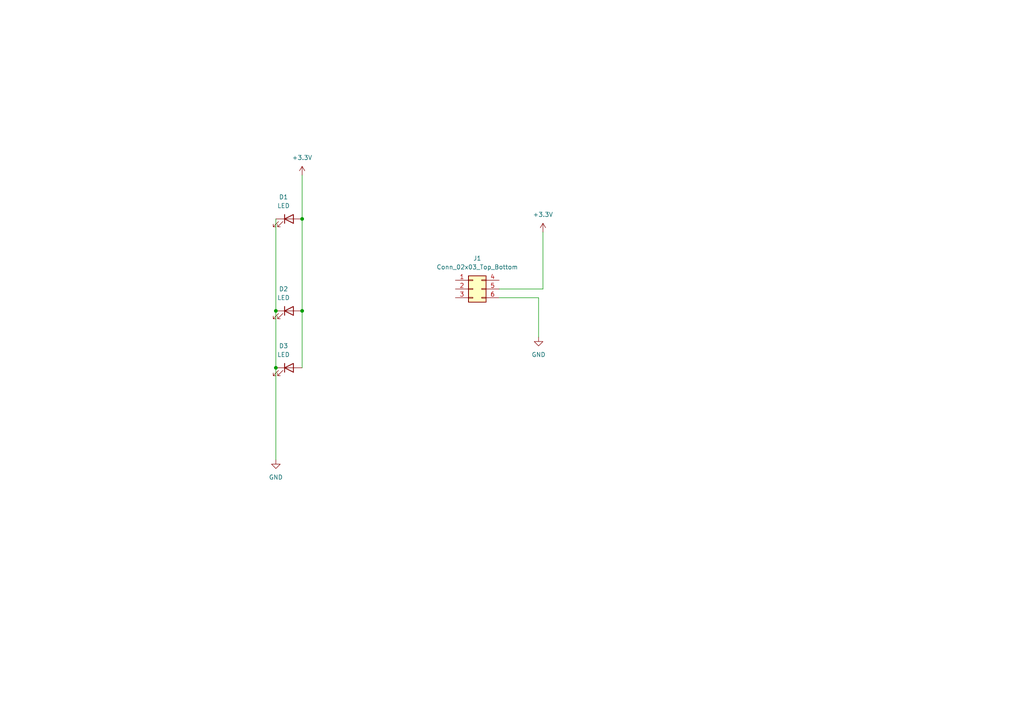
<source format=kicad_sch>
(kicad_sch (version 20211123) (generator eeschema)

  (uuid b082f5cf-66de-4c8b-a175-31df807e5ed7)

  (paper "A4")

  (lib_symbols
    (symbol "Connector_Generic:Conn_02x03_Top_Bottom" (pin_names (offset 1.016) hide) (in_bom yes) (on_board yes)
      (property "Reference" "J" (id 0) (at 1.27 5.08 0)
        (effects (font (size 1.27 1.27)))
      )
      (property "Value" "Conn_02x03_Top_Bottom" (id 1) (at 1.27 -5.08 0)
        (effects (font (size 1.27 1.27)))
      )
      (property "Footprint" "" (id 2) (at 0 0 0)
        (effects (font (size 1.27 1.27)) hide)
      )
      (property "Datasheet" "~" (id 3) (at 0 0 0)
        (effects (font (size 1.27 1.27)) hide)
      )
      (property "ki_keywords" "connector" (id 4) (at 0 0 0)
        (effects (font (size 1.27 1.27)) hide)
      )
      (property "ki_description" "Generic connector, double row, 02x03, top/bottom pin numbering scheme (row 1: 1...pins_per_row, row2: pins_per_row+1 ... num_pins), script generated (kicad-library-utils/schlib/autogen/connector/)" (id 5) (at 0 0 0)
        (effects (font (size 1.27 1.27)) hide)
      )
      (property "ki_fp_filters" "Connector*:*_2x??_*" (id 6) (at 0 0 0)
        (effects (font (size 1.27 1.27)) hide)
      )
      (symbol "Conn_02x03_Top_Bottom_1_1"
        (rectangle (start -1.27 -2.413) (end 0 -2.667)
          (stroke (width 0.1524) (type default) (color 0 0 0 0))
          (fill (type none))
        )
        (rectangle (start -1.27 0.127) (end 0 -0.127)
          (stroke (width 0.1524) (type default) (color 0 0 0 0))
          (fill (type none))
        )
        (rectangle (start -1.27 2.667) (end 0 2.413)
          (stroke (width 0.1524) (type default) (color 0 0 0 0))
          (fill (type none))
        )
        (rectangle (start -1.27 3.81) (end 3.81 -3.81)
          (stroke (width 0.254) (type default) (color 0 0 0 0))
          (fill (type background))
        )
        (rectangle (start 3.81 -2.413) (end 2.54 -2.667)
          (stroke (width 0.1524) (type default) (color 0 0 0 0))
          (fill (type none))
        )
        (rectangle (start 3.81 0.127) (end 2.54 -0.127)
          (stroke (width 0.1524) (type default) (color 0 0 0 0))
          (fill (type none))
        )
        (rectangle (start 3.81 2.667) (end 2.54 2.413)
          (stroke (width 0.1524) (type default) (color 0 0 0 0))
          (fill (type none))
        )
        (pin passive line (at -5.08 2.54 0) (length 3.81)
          (name "Pin_1" (effects (font (size 1.27 1.27))))
          (number "1" (effects (font (size 1.27 1.27))))
        )
        (pin passive line (at -5.08 0 0) (length 3.81)
          (name "Pin_2" (effects (font (size 1.27 1.27))))
          (number "2" (effects (font (size 1.27 1.27))))
        )
        (pin passive line (at -5.08 -2.54 0) (length 3.81)
          (name "Pin_3" (effects (font (size 1.27 1.27))))
          (number "3" (effects (font (size 1.27 1.27))))
        )
        (pin passive line (at 7.62 2.54 180) (length 3.81)
          (name "Pin_4" (effects (font (size 1.27 1.27))))
          (number "4" (effects (font (size 1.27 1.27))))
        )
        (pin passive line (at 7.62 0 180) (length 3.81)
          (name "Pin_5" (effects (font (size 1.27 1.27))))
          (number "5" (effects (font (size 1.27 1.27))))
        )
        (pin passive line (at 7.62 -2.54 180) (length 3.81)
          (name "Pin_6" (effects (font (size 1.27 1.27))))
          (number "6" (effects (font (size 1.27 1.27))))
        )
      )
    )
    (symbol "Device:LED" (pin_numbers hide) (pin_names (offset 1.016) hide) (in_bom yes) (on_board yes)
      (property "Reference" "D" (id 0) (at 0 2.54 0)
        (effects (font (size 1.27 1.27)))
      )
      (property "Value" "LED" (id 1) (at 0 -2.54 0)
        (effects (font (size 1.27 1.27)))
      )
      (property "Footprint" "" (id 2) (at 0 0 0)
        (effects (font (size 1.27 1.27)) hide)
      )
      (property "Datasheet" "~" (id 3) (at 0 0 0)
        (effects (font (size 1.27 1.27)) hide)
      )
      (property "ki_keywords" "LED diode" (id 4) (at 0 0 0)
        (effects (font (size 1.27 1.27)) hide)
      )
      (property "ki_description" "Light emitting diode" (id 5) (at 0 0 0)
        (effects (font (size 1.27 1.27)) hide)
      )
      (property "ki_fp_filters" "LED* LED_SMD:* LED_THT:*" (id 6) (at 0 0 0)
        (effects (font (size 1.27 1.27)) hide)
      )
      (symbol "LED_0_1"
        (polyline
          (pts
            (xy -1.27 -1.27)
            (xy -1.27 1.27)
          )
          (stroke (width 0.254) (type default) (color 0 0 0 0))
          (fill (type none))
        )
        (polyline
          (pts
            (xy -1.27 0)
            (xy 1.27 0)
          )
          (stroke (width 0) (type default) (color 0 0 0 0))
          (fill (type none))
        )
        (polyline
          (pts
            (xy 1.27 -1.27)
            (xy 1.27 1.27)
            (xy -1.27 0)
            (xy 1.27 -1.27)
          )
          (stroke (width 0.254) (type default) (color 0 0 0 0))
          (fill (type none))
        )
        (polyline
          (pts
            (xy -3.048 -0.762)
            (xy -4.572 -2.286)
            (xy -3.81 -2.286)
            (xy -4.572 -2.286)
            (xy -4.572 -1.524)
          )
          (stroke (width 0) (type default) (color 0 0 0 0))
          (fill (type none))
        )
        (polyline
          (pts
            (xy -1.778 -0.762)
            (xy -3.302 -2.286)
            (xy -2.54 -2.286)
            (xy -3.302 -2.286)
            (xy -3.302 -1.524)
          )
          (stroke (width 0) (type default) (color 0 0 0 0))
          (fill (type none))
        )
      )
      (symbol "LED_1_1"
        (pin passive line (at -3.81 0 0) (length 2.54)
          (name "K" (effects (font (size 1.27 1.27))))
          (number "1" (effects (font (size 1.27 1.27))))
        )
        (pin passive line (at 3.81 0 180) (length 2.54)
          (name "A" (effects (font (size 1.27 1.27))))
          (number "2" (effects (font (size 1.27 1.27))))
        )
      )
    )
    (symbol "power:+3.3V" (power) (pin_names (offset 0)) (in_bom yes) (on_board yes)
      (property "Reference" "#PWR" (id 0) (at 0 -3.81 0)
        (effects (font (size 1.27 1.27)) hide)
      )
      (property "Value" "+3.3V" (id 1) (at 0 3.556 0)
        (effects (font (size 1.27 1.27)))
      )
      (property "Footprint" "" (id 2) (at 0 0 0)
        (effects (font (size 1.27 1.27)) hide)
      )
      (property "Datasheet" "" (id 3) (at 0 0 0)
        (effects (font (size 1.27 1.27)) hide)
      )
      (property "ki_keywords" "power-flag" (id 4) (at 0 0 0)
        (effects (font (size 1.27 1.27)) hide)
      )
      (property "ki_description" "Power symbol creates a global label with name \"+3.3V\"" (id 5) (at 0 0 0)
        (effects (font (size 1.27 1.27)) hide)
      )
      (symbol "+3.3V_0_1"
        (polyline
          (pts
            (xy -0.762 1.27)
            (xy 0 2.54)
          )
          (stroke (width 0) (type default) (color 0 0 0 0))
          (fill (type none))
        )
        (polyline
          (pts
            (xy 0 0)
            (xy 0 2.54)
          )
          (stroke (width 0) (type default) (color 0 0 0 0))
          (fill (type none))
        )
        (polyline
          (pts
            (xy 0 2.54)
            (xy 0.762 1.27)
          )
          (stroke (width 0) (type default) (color 0 0 0 0))
          (fill (type none))
        )
      )
      (symbol "+3.3V_1_1"
        (pin power_in line (at 0 0 90) (length 0) hide
          (name "+3.3V" (effects (font (size 1.27 1.27))))
          (number "1" (effects (font (size 1.27 1.27))))
        )
      )
    )
    (symbol "power:GND" (power) (pin_names (offset 0)) (in_bom yes) (on_board yes)
      (property "Reference" "#PWR" (id 0) (at 0 -6.35 0)
        (effects (font (size 1.27 1.27)) hide)
      )
      (property "Value" "GND" (id 1) (at 0 -3.81 0)
        (effects (font (size 1.27 1.27)))
      )
      (property "Footprint" "" (id 2) (at 0 0 0)
        (effects (font (size 1.27 1.27)) hide)
      )
      (property "Datasheet" "" (id 3) (at 0 0 0)
        (effects (font (size 1.27 1.27)) hide)
      )
      (property "ki_keywords" "power-flag" (id 4) (at 0 0 0)
        (effects (font (size 1.27 1.27)) hide)
      )
      (property "ki_description" "Power symbol creates a global label with name \"GND\" , ground" (id 5) (at 0 0 0)
        (effects (font (size 1.27 1.27)) hide)
      )
      (symbol "GND_0_1"
        (polyline
          (pts
            (xy 0 0)
            (xy 0 -1.27)
            (xy 1.27 -1.27)
            (xy 0 -2.54)
            (xy -1.27 -1.27)
            (xy 0 -1.27)
          )
          (stroke (width 0) (type default) (color 0 0 0 0))
          (fill (type none))
        )
      )
      (symbol "GND_1_1"
        (pin power_in line (at 0 0 270) (length 0) hide
          (name "GND" (effects (font (size 1.27 1.27))))
          (number "1" (effects (font (size 1.27 1.27))))
        )
      )
    )
  )

  (junction (at 87.63 63.5) (diameter 0) (color 0 0 0 0)
    (uuid 22e7adf9-a3b7-4094-ac9e-592232d9d287)
  )
  (junction (at 80.01 90.17) (diameter 0) (color 0 0 0 0)
    (uuid 6ba859ce-949a-4ec0-b671-2275172e7d08)
  )
  (junction (at 87.63 90.17) (diameter 0) (color 0 0 0 0)
    (uuid e6791a18-9f63-44ec-9bb5-121986cb2c30)
  )
  (junction (at 80.01 106.68) (diameter 0) (color 0 0 0 0)
    (uuid ffd8a52b-5ffa-4092-a329-c8cac60290fe)
  )

  (wire (pts (xy 80.01 63.5) (xy 80.01 90.17))
    (stroke (width 0) (type default) (color 0 0 0 0))
    (uuid 1834f9b3-4160-47e3-9943-5e22e72f6186)
  )
  (wire (pts (xy 87.63 63.5) (xy 87.63 90.17))
    (stroke (width 0) (type default) (color 0 0 0 0))
    (uuid 27e09325-ebf6-4433-b6cb-56b6255320b8)
  )
  (wire (pts (xy 144.78 83.82) (xy 157.48 83.82))
    (stroke (width 0) (type default) (color 0 0 0 0))
    (uuid 2be1148f-71af-49d4-a6da-2d8db9eba5d0)
  )
  (wire (pts (xy 156.21 86.36) (xy 156.21 97.79))
    (stroke (width 0) (type default) (color 0 0 0 0))
    (uuid 46b9e4cc-4c00-4272-b685-8bd5963b124d)
  )
  (wire (pts (xy 80.01 106.68) (xy 80.01 133.35))
    (stroke (width 0) (type default) (color 0 0 0 0))
    (uuid 4fec235d-9f62-4471-baee-6d639c25fe40)
  )
  (wire (pts (xy 80.01 90.17) (xy 80.01 106.68))
    (stroke (width 0) (type default) (color 0 0 0 0))
    (uuid 78fbb030-5f56-4bd5-afe4-0b862671a791)
  )
  (wire (pts (xy 144.78 86.36) (xy 156.21 86.36))
    (stroke (width 0) (type default) (color 0 0 0 0))
    (uuid 8a7936af-b3fe-4f22-a676-237cf975e36e)
  )
  (wire (pts (xy 87.63 50.8) (xy 87.63 63.5))
    (stroke (width 0) (type default) (color 0 0 0 0))
    (uuid e0761815-d17d-4d67-96c9-565815c770e3)
  )
  (wire (pts (xy 157.48 67.31) (xy 157.48 83.82))
    (stroke (width 0) (type default) (color 0 0 0 0))
    (uuid e38f76f7-29de-4a08-9d65-29421d3d0be3)
  )
  (wire (pts (xy 87.63 90.17) (xy 87.63 106.68))
    (stroke (width 0) (type default) (color 0 0 0 0))
    (uuid ea425070-b3ca-494f-ab5b-e431eab7ec83)
  )

  (symbol (lib_id "Device:LED") (at 83.82 106.68 0) (unit 1)
    (in_bom yes) (on_board yes) (fields_autoplaced)
    (uuid 08442f6e-3333-4f76-8926-e526d005faae)
    (property "Reference" "D3" (id 0) (at 82.2325 100.33 0))
    (property "Value" "LED" (id 1) (at 82.2325 102.87 0))
    (property "Footprint" "LED_THT:LED_D3.0mm" (id 2) (at 83.82 106.68 0)
      (effects (font (size 1.27 1.27)) hide)
    )
    (property "Datasheet" "~" (id 3) (at 83.82 106.68 0)
      (effects (font (size 1.27 1.27)) hide)
    )
    (pin "1" (uuid 55601919-08d9-4c3e-87d9-e51db1402ad8))
    (pin "2" (uuid ffedd11c-1cc9-4f2f-8c99-e37ca90e84be))
  )

  (symbol (lib_id "power:+3.3V") (at 157.48 67.31 0) (unit 1)
    (in_bom yes) (on_board yes) (fields_autoplaced)
    (uuid 2b3f42ac-968f-4155-8692-70fccdf22ea2)
    (property "Reference" "#PWR0101" (id 0) (at 157.48 71.12 0)
      (effects (font (size 1.27 1.27)) hide)
    )
    (property "Value" "+3.3V" (id 1) (at 157.48 62.23 0))
    (property "Footprint" "" (id 2) (at 157.48 67.31 0)
      (effects (font (size 1.27 1.27)) hide)
    )
    (property "Datasheet" "" (id 3) (at 157.48 67.31 0)
      (effects (font (size 1.27 1.27)) hide)
    )
    (pin "1" (uuid 7ff43dd6-ab91-418e-9690-e894d732ca4d))
  )

  (symbol (lib_id "power:GND") (at 80.01 133.35 0) (unit 1)
    (in_bom yes) (on_board yes) (fields_autoplaced)
    (uuid 301d41c4-da0a-4709-9fd7-fabc8bb51abd)
    (property "Reference" "#PWR0104" (id 0) (at 80.01 139.7 0)
      (effects (font (size 1.27 1.27)) hide)
    )
    (property "Value" "GND" (id 1) (at 80.01 138.43 0))
    (property "Footprint" "" (id 2) (at 80.01 133.35 0)
      (effects (font (size 1.27 1.27)) hide)
    )
    (property "Datasheet" "" (id 3) (at 80.01 133.35 0)
      (effects (font (size 1.27 1.27)) hide)
    )
    (pin "1" (uuid 1cbabd28-bae6-4c5a-af77-13259e0bc001))
  )

  (symbol (lib_id "Device:LED") (at 83.82 90.17 0) (unit 1)
    (in_bom yes) (on_board yes) (fields_autoplaced)
    (uuid 4225c9c0-b4ce-4d35-801c-b70cc161f519)
    (property "Reference" "D2" (id 0) (at 82.2325 83.82 0))
    (property "Value" "LED" (id 1) (at 82.2325 86.36 0))
    (property "Footprint" "LED_THT:LED_D3.0mm" (id 2) (at 83.82 90.17 0)
      (effects (font (size 1.27 1.27)) hide)
    )
    (property "Datasheet" "~" (id 3) (at 83.82 90.17 0)
      (effects (font (size 1.27 1.27)) hide)
    )
    (pin "1" (uuid 2e6c961d-8a96-497f-8488-ce5e2fa9f96c))
    (pin "2" (uuid 715bccc1-8f2d-46d3-aaec-4cd118817eed))
  )

  (symbol (lib_id "power:GND") (at 156.21 97.79 0) (unit 1)
    (in_bom yes) (on_board yes) (fields_autoplaced)
    (uuid 80828fac-d74d-4de3-88f2-ef331f7ccb40)
    (property "Reference" "#PWR0103" (id 0) (at 156.21 104.14 0)
      (effects (font (size 1.27 1.27)) hide)
    )
    (property "Value" "GND" (id 1) (at 156.21 102.87 0))
    (property "Footprint" "" (id 2) (at 156.21 97.79 0)
      (effects (font (size 1.27 1.27)) hide)
    )
    (property "Datasheet" "" (id 3) (at 156.21 97.79 0)
      (effects (font (size 1.27 1.27)) hide)
    )
    (pin "1" (uuid 888c8aba-76c4-4de7-a13a-0dd7d7ef4e92))
  )

  (symbol (lib_id "power:+3.3V") (at 87.63 50.8 0) (unit 1)
    (in_bom yes) (on_board yes) (fields_autoplaced)
    (uuid d84d7311-f9d9-48fc-9b8f-612f077f40db)
    (property "Reference" "#PWR0102" (id 0) (at 87.63 54.61 0)
      (effects (font (size 1.27 1.27)) hide)
    )
    (property "Value" "+3.3V" (id 1) (at 87.63 45.72 0))
    (property "Footprint" "" (id 2) (at 87.63 50.8 0)
      (effects (font (size 1.27 1.27)) hide)
    )
    (property "Datasheet" "" (id 3) (at 87.63 50.8 0)
      (effects (font (size 1.27 1.27)) hide)
    )
    (pin "1" (uuid 1e2152a4-8822-4004-99ac-fa81065a0fc8))
  )

  (symbol (lib_id "Connector_Generic:Conn_02x03_Top_Bottom") (at 137.16 83.82 0) (unit 1)
    (in_bom yes) (on_board yes) (fields_autoplaced)
    (uuid dec0cebf-ca62-4970-a3fd-0136e2c89fef)
    (property "Reference" "J1" (id 0) (at 138.43 74.93 0))
    (property "Value" "Conn_02x03_Top_Bottom" (id 1) (at 138.43 77.47 0))
    (property "Footprint" "DC31_Cnet_Badge_SAO:PinSocket_2x03_P2.54mm_Vertical_Tab" (id 2) (at 137.16 83.82 0)
      (effects (font (size 1.27 1.27)) hide)
    )
    (property "Datasheet" "~" (id 3) (at 137.16 83.82 0)
      (effects (font (size 1.27 1.27)) hide)
    )
    (pin "1" (uuid 50e00216-d6ae-4287-adab-2abe2aab361f))
    (pin "2" (uuid efd85bbc-58d2-4443-8416-dc1270c0bf02))
    (pin "3" (uuid b516daf6-932f-4224-a2bc-24896d9a62c9))
    (pin "4" (uuid 73259dac-1a94-4b1f-a8fc-e291278c7503))
    (pin "5" (uuid 737d4e8b-73da-43dc-b21c-e587e23aa392))
    (pin "6" (uuid 56b933f7-0248-46a8-868a-fc7f30a8d030))
  )

  (symbol (lib_id "Device:LED") (at 83.82 63.5 0) (unit 1)
    (in_bom yes) (on_board yes) (fields_autoplaced)
    (uuid e581ac27-966b-4ec1-8a9a-402ef97ffde0)
    (property "Reference" "D1" (id 0) (at 82.2325 57.15 0))
    (property "Value" "LED" (id 1) (at 82.2325 59.69 0))
    (property "Footprint" "LED_THT:LED_D3.0mm" (id 2) (at 83.82 63.5 0)
      (effects (font (size 1.27 1.27)) hide)
    )
    (property "Datasheet" "~" (id 3) (at 83.82 63.5 0)
      (effects (font (size 1.27 1.27)) hide)
    )
    (pin "1" (uuid cca1bf0e-e5f2-40bb-9efd-f2a2b1b2b2ee))
    (pin "2" (uuid ad44f114-ddc1-4433-810d-ab4d12963e8a))
  )

  (sheet_instances
    (path "/" (page "1"))
  )

  (symbol_instances
    (path "/2b3f42ac-968f-4155-8692-70fccdf22ea2"
      (reference "#PWR0101") (unit 1) (value "+3.3V") (footprint "")
    )
    (path "/d84d7311-f9d9-48fc-9b8f-612f077f40db"
      (reference "#PWR0102") (unit 1) (value "+3.3V") (footprint "")
    )
    (path "/80828fac-d74d-4de3-88f2-ef331f7ccb40"
      (reference "#PWR0103") (unit 1) (value "GND") (footprint "")
    )
    (path "/301d41c4-da0a-4709-9fd7-fabc8bb51abd"
      (reference "#PWR0104") (unit 1) (value "GND") (footprint "")
    )
    (path "/e581ac27-966b-4ec1-8a9a-402ef97ffde0"
      (reference "D1") (unit 1) (value "LED") (footprint "LED_THT:LED_D3.0mm")
    )
    (path "/4225c9c0-b4ce-4d35-801c-b70cc161f519"
      (reference "D2") (unit 1) (value "LED") (footprint "LED_THT:LED_D3.0mm")
    )
    (path "/08442f6e-3333-4f76-8926-e526d005faae"
      (reference "D3") (unit 1) (value "LED") (footprint "LED_THT:LED_D3.0mm")
    )
    (path "/dec0cebf-ca62-4970-a3fd-0136e2c89fef"
      (reference "J1") (unit 1) (value "Conn_02x03_Top_Bottom") (footprint "DC31_Cnet_Badge_SAO:PinSocket_2x03_P2.54mm_Vertical_Tab")
    )
  )
)

</source>
